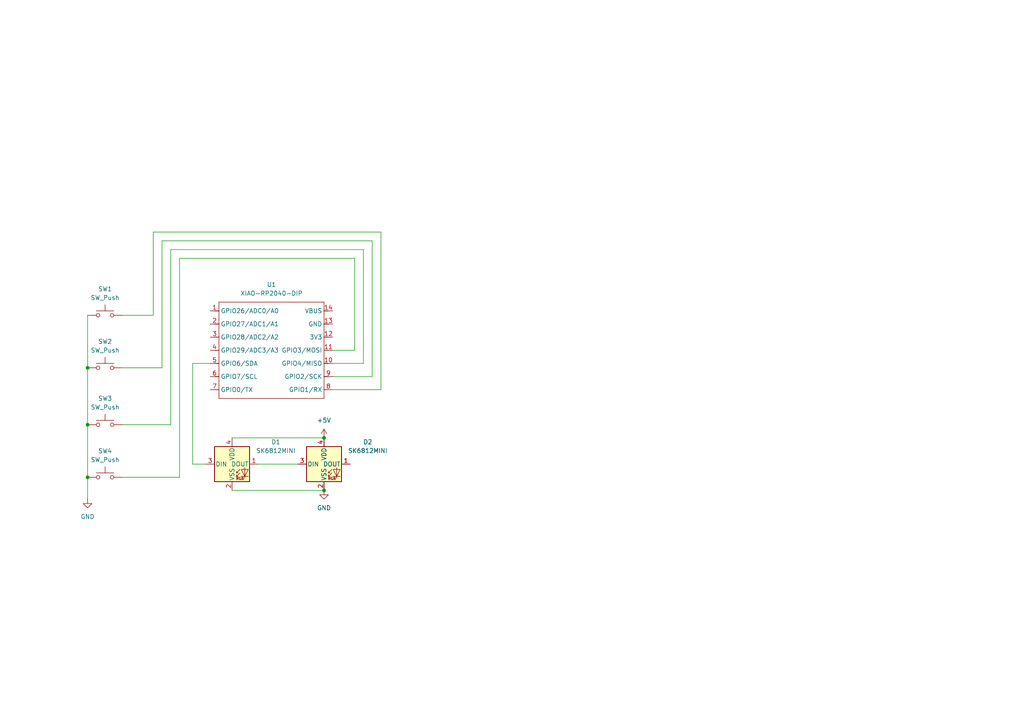
<source format=kicad_sch>
(kicad_sch
	(version 20250114)
	(generator "eeschema")
	(generator_version "9.0")
	(uuid "db0850b8-1e7e-4cc6-94eb-335332965f3f")
	(paper "A4")
	(lib_symbols
		(symbol "LED:SK6812MINI"
			(pin_names
				(offset 0.254)
			)
			(exclude_from_sim no)
			(in_bom yes)
			(on_board yes)
			(property "Reference" "D"
				(at 5.08 5.715 0)
				(effects
					(font
						(size 1.27 1.27)
					)
					(justify right bottom)
				)
			)
			(property "Value" "SK6812MINI"
				(at 1.27 -5.715 0)
				(effects
					(font
						(size 1.27 1.27)
					)
					(justify left top)
				)
			)
			(property "Footprint" "LED_SMD:LED_SK6812MINI_PLCC4_3.5x3.5mm_P1.75mm"
				(at 1.27 -7.62 0)
				(effects
					(font
						(size 1.27 1.27)
					)
					(justify left top)
					(hide yes)
				)
			)
			(property "Datasheet" "https://cdn-shop.adafruit.com/product-files/2686/SK6812MINI_REV.01-1-2.pdf"
				(at 2.54 -9.525 0)
				(effects
					(font
						(size 1.27 1.27)
					)
					(justify left top)
					(hide yes)
				)
			)
			(property "Description" "RGB LED with integrated controller"
				(at 0 0 0)
				(effects
					(font
						(size 1.27 1.27)
					)
					(hide yes)
				)
			)
			(property "ki_keywords" "RGB LED NeoPixel Mini addressable"
				(at 0 0 0)
				(effects
					(font
						(size 1.27 1.27)
					)
					(hide yes)
				)
			)
			(property "ki_fp_filters" "LED*SK6812MINI*PLCC*3.5x3.5mm*P1.75mm*"
				(at 0 0 0)
				(effects
					(font
						(size 1.27 1.27)
					)
					(hide yes)
				)
			)
			(symbol "SK6812MINI_0_0"
				(text "RGB"
					(at 2.286 -4.191 0)
					(effects
						(font
							(size 0.762 0.762)
						)
					)
				)
			)
			(symbol "SK6812MINI_0_1"
				(polyline
					(pts
						(xy 1.27 -2.54) (xy 1.778 -2.54)
					)
					(stroke
						(width 0)
						(type default)
					)
					(fill
						(type none)
					)
				)
				(polyline
					(pts
						(xy 1.27 -3.556) (xy 1.778 -3.556)
					)
					(stroke
						(width 0)
						(type default)
					)
					(fill
						(type none)
					)
				)
				(polyline
					(pts
						(xy 2.286 -1.524) (xy 1.27 -2.54) (xy 1.27 -2.032)
					)
					(stroke
						(width 0)
						(type default)
					)
					(fill
						(type none)
					)
				)
				(polyline
					(pts
						(xy 2.286 -2.54) (xy 1.27 -3.556) (xy 1.27 -3.048)
					)
					(stroke
						(width 0)
						(type default)
					)
					(fill
						(type none)
					)
				)
				(polyline
					(pts
						(xy 3.683 -1.016) (xy 3.683 -3.556) (xy 3.683 -4.064)
					)
					(stroke
						(width 0)
						(type default)
					)
					(fill
						(type none)
					)
				)
				(polyline
					(pts
						(xy 4.699 -1.524) (xy 2.667 -1.524) (xy 3.683 -3.556) (xy 4.699 -1.524)
					)
					(stroke
						(width 0)
						(type default)
					)
					(fill
						(type none)
					)
				)
				(polyline
					(pts
						(xy 4.699 -3.556) (xy 2.667 -3.556)
					)
					(stroke
						(width 0)
						(type default)
					)
					(fill
						(type none)
					)
				)
				(rectangle
					(start 5.08 5.08)
					(end -5.08 -5.08)
					(stroke
						(width 0.254)
						(type default)
					)
					(fill
						(type background)
					)
				)
			)
			(symbol "SK6812MINI_1_1"
				(pin input line
					(at -7.62 0 0)
					(length 2.54)
					(name "DIN"
						(effects
							(font
								(size 1.27 1.27)
							)
						)
					)
					(number "3"
						(effects
							(font
								(size 1.27 1.27)
							)
						)
					)
				)
				(pin power_in line
					(at 0 7.62 270)
					(length 2.54)
					(name "VDD"
						(effects
							(font
								(size 1.27 1.27)
							)
						)
					)
					(number "4"
						(effects
							(font
								(size 1.27 1.27)
							)
						)
					)
				)
				(pin power_in line
					(at 0 -7.62 90)
					(length 2.54)
					(name "VSS"
						(effects
							(font
								(size 1.27 1.27)
							)
						)
					)
					(number "2"
						(effects
							(font
								(size 1.27 1.27)
							)
						)
					)
				)
				(pin output line
					(at 7.62 0 180)
					(length 2.54)
					(name "DOUT"
						(effects
							(font
								(size 1.27 1.27)
							)
						)
					)
					(number "1"
						(effects
							(font
								(size 1.27 1.27)
							)
						)
					)
				)
			)
			(embedded_fonts no)
		)
		(symbol "OPL Library:XIAO-RP2040-DIP"
			(exclude_from_sim no)
			(in_bom yes)
			(on_board yes)
			(property "Reference" "U"
				(at 0 0 0)
				(effects
					(font
						(size 1.27 1.27)
					)
				)
			)
			(property "Value" "XIAO-RP2040-DIP"
				(at 5.334 -1.778 0)
				(effects
					(font
						(size 1.27 1.27)
					)
				)
			)
			(property "Footprint" "Module:MOUDLE14P-XIAO-DIP-SMD"
				(at 14.478 -32.258 0)
				(effects
					(font
						(size 1.27 1.27)
					)
					(hide yes)
				)
			)
			(property "Datasheet" ""
				(at 0 0 0)
				(effects
					(font
						(size 1.27 1.27)
					)
					(hide yes)
				)
			)
			(property "Description" ""
				(at 0 0 0)
				(effects
					(font
						(size 1.27 1.27)
					)
					(hide yes)
				)
			)
			(symbol "XIAO-RP2040-DIP_1_0"
				(polyline
					(pts
						(xy -1.27 -2.54) (xy 29.21 -2.54)
					)
					(stroke
						(width 0.1524)
						(type solid)
					)
					(fill
						(type none)
					)
				)
				(polyline
					(pts
						(xy -1.27 -5.08) (xy -2.54 -5.08)
					)
					(stroke
						(width 0.1524)
						(type solid)
					)
					(fill
						(type none)
					)
				)
				(polyline
					(pts
						(xy -1.27 -5.08) (xy -1.27 -2.54)
					)
					(stroke
						(width 0.1524)
						(type solid)
					)
					(fill
						(type none)
					)
				)
				(polyline
					(pts
						(xy -1.27 -8.89) (xy -2.54 -8.89)
					)
					(stroke
						(width 0.1524)
						(type solid)
					)
					(fill
						(type none)
					)
				)
				(polyline
					(pts
						(xy -1.27 -8.89) (xy -1.27 -5.08)
					)
					(stroke
						(width 0.1524)
						(type solid)
					)
					(fill
						(type none)
					)
				)
				(polyline
					(pts
						(xy -1.27 -12.7) (xy -2.54 -12.7)
					)
					(stroke
						(width 0.1524)
						(type solid)
					)
					(fill
						(type none)
					)
				)
				(polyline
					(pts
						(xy -1.27 -12.7) (xy -1.27 -8.89)
					)
					(stroke
						(width 0.1524)
						(type solid)
					)
					(fill
						(type none)
					)
				)
				(polyline
					(pts
						(xy -1.27 -16.51) (xy -2.54 -16.51)
					)
					(stroke
						(width 0.1524)
						(type solid)
					)
					(fill
						(type none)
					)
				)
				(polyline
					(pts
						(xy -1.27 -16.51) (xy -1.27 -12.7)
					)
					(stroke
						(width 0.1524)
						(type solid)
					)
					(fill
						(type none)
					)
				)
				(polyline
					(pts
						(xy -1.27 -20.32) (xy -2.54 -20.32)
					)
					(stroke
						(width 0.1524)
						(type solid)
					)
					(fill
						(type none)
					)
				)
				(polyline
					(pts
						(xy -1.27 -24.13) (xy -2.54 -24.13)
					)
					(stroke
						(width 0.1524)
						(type solid)
					)
					(fill
						(type none)
					)
				)
				(polyline
					(pts
						(xy -1.27 -27.94) (xy -2.54 -27.94)
					)
					(stroke
						(width 0.1524)
						(type solid)
					)
					(fill
						(type none)
					)
				)
				(polyline
					(pts
						(xy -1.27 -30.48) (xy -1.27 -16.51)
					)
					(stroke
						(width 0.1524)
						(type solid)
					)
					(fill
						(type none)
					)
				)
				(polyline
					(pts
						(xy 29.21 -2.54) (xy 29.21 -5.08)
					)
					(stroke
						(width 0.1524)
						(type solid)
					)
					(fill
						(type none)
					)
				)
				(polyline
					(pts
						(xy 29.21 -5.08) (xy 29.21 -8.89)
					)
					(stroke
						(width 0.1524)
						(type solid)
					)
					(fill
						(type none)
					)
				)
				(polyline
					(pts
						(xy 29.21 -8.89) (xy 29.21 -12.7)
					)
					(stroke
						(width 0.1524)
						(type solid)
					)
					(fill
						(type none)
					)
				)
				(polyline
					(pts
						(xy 29.21 -12.7) (xy 29.21 -30.48)
					)
					(stroke
						(width 0.1524)
						(type solid)
					)
					(fill
						(type none)
					)
				)
				(polyline
					(pts
						(xy 29.21 -30.48) (xy -1.27 -30.48)
					)
					(stroke
						(width 0.1524)
						(type solid)
					)
					(fill
						(type none)
					)
				)
				(polyline
					(pts
						(xy 30.48 -5.08) (xy 29.21 -5.08)
					)
					(stroke
						(width 0.1524)
						(type solid)
					)
					(fill
						(type none)
					)
				)
				(polyline
					(pts
						(xy 30.48 -8.89) (xy 29.21 -8.89)
					)
					(stroke
						(width 0.1524)
						(type solid)
					)
					(fill
						(type none)
					)
				)
				(polyline
					(pts
						(xy 30.48 -12.7) (xy 29.21 -12.7)
					)
					(stroke
						(width 0.1524)
						(type solid)
					)
					(fill
						(type none)
					)
				)
				(polyline
					(pts
						(xy 30.48 -16.51) (xy 29.21 -16.51)
					)
					(stroke
						(width 0.1524)
						(type solid)
					)
					(fill
						(type none)
					)
				)
				(polyline
					(pts
						(xy 30.48 -20.32) (xy 29.21 -20.32)
					)
					(stroke
						(width 0.1524)
						(type solid)
					)
					(fill
						(type none)
					)
				)
				(polyline
					(pts
						(xy 30.48 -24.13) (xy 29.21 -24.13)
					)
					(stroke
						(width 0.1524)
						(type solid)
					)
					(fill
						(type none)
					)
				)
				(polyline
					(pts
						(xy 30.48 -27.94) (xy 29.21 -27.94)
					)
					(stroke
						(width 0.1524)
						(type solid)
					)
					(fill
						(type none)
					)
				)
				(pin passive line
					(at -3.81 -5.08 0)
					(length 2.54)
					(name "GPIO26/ADC0/A0"
						(effects
							(font
								(size 1.27 1.27)
							)
						)
					)
					(number "1"
						(effects
							(font
								(size 1.27 1.27)
							)
						)
					)
				)
				(pin passive line
					(at -3.81 -8.89 0)
					(length 2.54)
					(name "GPIO27/ADC1/A1"
						(effects
							(font
								(size 1.27 1.27)
							)
						)
					)
					(number "2"
						(effects
							(font
								(size 1.27 1.27)
							)
						)
					)
				)
				(pin passive line
					(at -3.81 -12.7 0)
					(length 2.54)
					(name "GPIO28/ADC2/A2"
						(effects
							(font
								(size 1.27 1.27)
							)
						)
					)
					(number "3"
						(effects
							(font
								(size 1.27 1.27)
							)
						)
					)
				)
				(pin passive line
					(at -3.81 -16.51 0)
					(length 2.54)
					(name "GPIO29/ADC3/A3"
						(effects
							(font
								(size 1.27 1.27)
							)
						)
					)
					(number "4"
						(effects
							(font
								(size 1.27 1.27)
							)
						)
					)
				)
				(pin passive line
					(at -3.81 -20.32 0)
					(length 2.54)
					(name "GPIO6/SDA"
						(effects
							(font
								(size 1.27 1.27)
							)
						)
					)
					(number "5"
						(effects
							(font
								(size 1.27 1.27)
							)
						)
					)
				)
				(pin passive line
					(at -3.81 -24.13 0)
					(length 2.54)
					(name "GPIO7/SCL"
						(effects
							(font
								(size 1.27 1.27)
							)
						)
					)
					(number "6"
						(effects
							(font
								(size 1.27 1.27)
							)
						)
					)
				)
				(pin passive line
					(at -3.81 -27.94 0)
					(length 2.54)
					(name "GPIO0/TX"
						(effects
							(font
								(size 1.27 1.27)
							)
						)
					)
					(number "7"
						(effects
							(font
								(size 1.27 1.27)
							)
						)
					)
				)
				(pin passive line
					(at 31.75 -5.08 180)
					(length 2.54)
					(name "VBUS"
						(effects
							(font
								(size 1.27 1.27)
							)
						)
					)
					(number "14"
						(effects
							(font
								(size 1.27 1.27)
							)
						)
					)
				)
				(pin passive line
					(at 31.75 -8.89 180)
					(length 2.54)
					(name "GND"
						(effects
							(font
								(size 1.27 1.27)
							)
						)
					)
					(number "13"
						(effects
							(font
								(size 1.27 1.27)
							)
						)
					)
				)
				(pin passive line
					(at 31.75 -12.7 180)
					(length 2.54)
					(name "3V3"
						(effects
							(font
								(size 1.27 1.27)
							)
						)
					)
					(number "12"
						(effects
							(font
								(size 1.27 1.27)
							)
						)
					)
				)
				(pin passive line
					(at 31.75 -16.51 180)
					(length 2.54)
					(name "GPIO3/MOSI"
						(effects
							(font
								(size 1.27 1.27)
							)
						)
					)
					(number "11"
						(effects
							(font
								(size 1.27 1.27)
							)
						)
					)
				)
				(pin passive line
					(at 31.75 -20.32 180)
					(length 2.54)
					(name "GPIO4/MISO"
						(effects
							(font
								(size 1.27 1.27)
							)
						)
					)
					(number "10"
						(effects
							(font
								(size 1.27 1.27)
							)
						)
					)
				)
				(pin passive line
					(at 31.75 -24.13 180)
					(length 2.54)
					(name "GPIO2/SCK"
						(effects
							(font
								(size 1.27 1.27)
							)
						)
					)
					(number "9"
						(effects
							(font
								(size 1.27 1.27)
							)
						)
					)
				)
				(pin passive line
					(at 31.75 -27.94 180)
					(length 2.54)
					(name "GPIO1/RX"
						(effects
							(font
								(size 1.27 1.27)
							)
						)
					)
					(number "8"
						(effects
							(font
								(size 1.27 1.27)
							)
						)
					)
				)
			)
			(embedded_fonts no)
		)
		(symbol "Switch:SW_Push"
			(pin_numbers
				(hide yes)
			)
			(pin_names
				(offset 1.016)
				(hide yes)
			)
			(exclude_from_sim no)
			(in_bom yes)
			(on_board yes)
			(property "Reference" "SW"
				(at 1.27 2.54 0)
				(effects
					(font
						(size 1.27 1.27)
					)
					(justify left)
				)
			)
			(property "Value" "SW_Push"
				(at 0 -1.524 0)
				(effects
					(font
						(size 1.27 1.27)
					)
				)
			)
			(property "Footprint" ""
				(at 0 5.08 0)
				(effects
					(font
						(size 1.27 1.27)
					)
					(hide yes)
				)
			)
			(property "Datasheet" "~"
				(at 0 5.08 0)
				(effects
					(font
						(size 1.27 1.27)
					)
					(hide yes)
				)
			)
			(property "Description" "Push button switch, generic, two pins"
				(at 0 0 0)
				(effects
					(font
						(size 1.27 1.27)
					)
					(hide yes)
				)
			)
			(property "ki_keywords" "switch normally-open pushbutton push-button"
				(at 0 0 0)
				(effects
					(font
						(size 1.27 1.27)
					)
					(hide yes)
				)
			)
			(symbol "SW_Push_0_1"
				(circle
					(center -2.032 0)
					(radius 0.508)
					(stroke
						(width 0)
						(type default)
					)
					(fill
						(type none)
					)
				)
				(polyline
					(pts
						(xy 0 1.27) (xy 0 3.048)
					)
					(stroke
						(width 0)
						(type default)
					)
					(fill
						(type none)
					)
				)
				(circle
					(center 2.032 0)
					(radius 0.508)
					(stroke
						(width 0)
						(type default)
					)
					(fill
						(type none)
					)
				)
				(polyline
					(pts
						(xy 2.54 1.27) (xy -2.54 1.27)
					)
					(stroke
						(width 0)
						(type default)
					)
					(fill
						(type none)
					)
				)
				(pin passive line
					(at -5.08 0 0)
					(length 2.54)
					(name "1"
						(effects
							(font
								(size 1.27 1.27)
							)
						)
					)
					(number "1"
						(effects
							(font
								(size 1.27 1.27)
							)
						)
					)
				)
				(pin passive line
					(at 5.08 0 180)
					(length 2.54)
					(name "2"
						(effects
							(font
								(size 1.27 1.27)
							)
						)
					)
					(number "2"
						(effects
							(font
								(size 1.27 1.27)
							)
						)
					)
				)
			)
			(embedded_fonts no)
		)
		(symbol "power:+5V"
			(power)
			(pin_numbers
				(hide yes)
			)
			(pin_names
				(offset 0)
				(hide yes)
			)
			(exclude_from_sim no)
			(in_bom yes)
			(on_board yes)
			(property "Reference" "#PWR"
				(at 0 -3.81 0)
				(effects
					(font
						(size 1.27 1.27)
					)
					(hide yes)
				)
			)
			(property "Value" "+5V"
				(at 0 3.556 0)
				(effects
					(font
						(size 1.27 1.27)
					)
				)
			)
			(property "Footprint" ""
				(at 0 0 0)
				(effects
					(font
						(size 1.27 1.27)
					)
					(hide yes)
				)
			)
			(property "Datasheet" ""
				(at 0 0 0)
				(effects
					(font
						(size 1.27 1.27)
					)
					(hide yes)
				)
			)
			(property "Description" "Power symbol creates a global label with name \"+5V\""
				(at 0 0 0)
				(effects
					(font
						(size 1.27 1.27)
					)
					(hide yes)
				)
			)
			(property "ki_keywords" "global power"
				(at 0 0 0)
				(effects
					(font
						(size 1.27 1.27)
					)
					(hide yes)
				)
			)
			(symbol "+5V_0_1"
				(polyline
					(pts
						(xy -0.762 1.27) (xy 0 2.54)
					)
					(stroke
						(width 0)
						(type default)
					)
					(fill
						(type none)
					)
				)
				(polyline
					(pts
						(xy 0 2.54) (xy 0.762 1.27)
					)
					(stroke
						(width 0)
						(type default)
					)
					(fill
						(type none)
					)
				)
				(polyline
					(pts
						(xy 0 0) (xy 0 2.54)
					)
					(stroke
						(width 0)
						(type default)
					)
					(fill
						(type none)
					)
				)
			)
			(symbol "+5V_1_1"
				(pin power_in line
					(at 0 0 90)
					(length 0)
					(name "~"
						(effects
							(font
								(size 1.27 1.27)
							)
						)
					)
					(number "1"
						(effects
							(font
								(size 1.27 1.27)
							)
						)
					)
				)
			)
			(embedded_fonts no)
		)
		(symbol "power:GND"
			(power)
			(pin_numbers
				(hide yes)
			)
			(pin_names
				(offset 0)
				(hide yes)
			)
			(exclude_from_sim no)
			(in_bom yes)
			(on_board yes)
			(property "Reference" "#PWR"
				(at 0 -6.35 0)
				(effects
					(font
						(size 1.27 1.27)
					)
					(hide yes)
				)
			)
			(property "Value" "GND"
				(at 0 -3.81 0)
				(effects
					(font
						(size 1.27 1.27)
					)
				)
			)
			(property "Footprint" ""
				(at 0 0 0)
				(effects
					(font
						(size 1.27 1.27)
					)
					(hide yes)
				)
			)
			(property "Datasheet" ""
				(at 0 0 0)
				(effects
					(font
						(size 1.27 1.27)
					)
					(hide yes)
				)
			)
			(property "Description" "Power symbol creates a global label with name \"GND\" , ground"
				(at 0 0 0)
				(effects
					(font
						(size 1.27 1.27)
					)
					(hide yes)
				)
			)
			(property "ki_keywords" "global power"
				(at 0 0 0)
				(effects
					(font
						(size 1.27 1.27)
					)
					(hide yes)
				)
			)
			(symbol "GND_0_1"
				(polyline
					(pts
						(xy 0 0) (xy 0 -1.27) (xy 1.27 -1.27) (xy 0 -2.54) (xy -1.27 -1.27) (xy 0 -1.27)
					)
					(stroke
						(width 0)
						(type default)
					)
					(fill
						(type none)
					)
				)
			)
			(symbol "GND_1_1"
				(pin power_in line
					(at 0 0 270)
					(length 0)
					(name "~"
						(effects
							(font
								(size 1.27 1.27)
							)
						)
					)
					(number "1"
						(effects
							(font
								(size 1.27 1.27)
							)
						)
					)
				)
			)
			(embedded_fonts no)
		)
	)
	(junction
		(at 25.4 106.68)
		(diameter 0)
		(color 0 0 0 0)
		(uuid "17313d72-8051-470b-8e66-52db9dd3d849")
	)
	(junction
		(at 25.4 138.43)
		(diameter 0)
		(color 0 0 0 0)
		(uuid "2d473b07-78e6-4f69-ad71-73b254cd6d0b")
	)
	(junction
		(at 25.4 123.19)
		(diameter 0)
		(color 0 0 0 0)
		(uuid "49e58443-302c-4254-85bf-5bcb98057570")
	)
	(junction
		(at 93.98 142.24)
		(diameter 0)
		(color 0 0 0 0)
		(uuid "6191af00-b0fd-4074-bf85-01bd9dcc4434")
	)
	(junction
		(at 93.98 127)
		(diameter 0)
		(color 0 0 0 0)
		(uuid "d2dc2fd4-b48a-4c07-9c0a-7d5f4498b45e")
	)
	(wire
		(pts
			(xy 25.4 138.43) (xy 25.4 144.78)
		)
		(stroke
			(width 0)
			(type default)
		)
		(uuid "041f4149-6548-435a-a1bd-46b889172e4e")
	)
	(wire
		(pts
			(xy 102.87 74.93) (xy 102.87 101.6)
		)
		(stroke
			(width 0)
			(type default)
		)
		(uuid "04b26918-a481-4bbd-978c-37cf6b60073e")
	)
	(wire
		(pts
			(xy 52.07 74.93) (xy 102.87 74.93)
		)
		(stroke
			(width 0)
			(type default)
		)
		(uuid "04b29b63-f590-4c8c-ab29-1483d8cfa027")
	)
	(wire
		(pts
			(xy 25.4 106.68) (xy 25.4 123.19)
		)
		(stroke
			(width 0)
			(type default)
		)
		(uuid "076458a2-c407-497a-ad0c-fa3107b4014a")
	)
	(wire
		(pts
			(xy 35.56 106.68) (xy 46.99 106.68)
		)
		(stroke
			(width 0)
			(type default)
		)
		(uuid "0883a028-3429-4981-ab4e-fde08ce90faf")
	)
	(wire
		(pts
			(xy 25.4 123.19) (xy 25.4 138.43)
		)
		(stroke
			(width 0)
			(type default)
		)
		(uuid "0a153a6f-c459-4b53-b524-f1aba0f1ebff")
	)
	(wire
		(pts
			(xy 107.95 69.85) (xy 107.95 109.22)
		)
		(stroke
			(width 0)
			(type default)
		)
		(uuid "1297384e-2154-4dea-b4f3-5871aac4ce85")
	)
	(wire
		(pts
			(xy 44.45 91.44) (xy 44.45 67.31)
		)
		(stroke
			(width 0)
			(type default)
		)
		(uuid "1b864472-7cf4-416d-80c7-3577b3e26fa2")
	)
	(wire
		(pts
			(xy 107.95 109.22) (xy 96.52 109.22)
		)
		(stroke
			(width 0)
			(type default)
		)
		(uuid "1e2badbe-515c-434b-9f0f-fc17f7b16256")
	)
	(wire
		(pts
			(xy 35.56 91.44) (xy 44.45 91.44)
		)
		(stroke
			(width 0)
			(type default)
		)
		(uuid "205ad431-a046-4d30-9bd6-0c9bd8b728c3")
	)
	(wire
		(pts
			(xy 35.56 138.43) (xy 52.07 138.43)
		)
		(stroke
			(width 0)
			(type default)
		)
		(uuid "206af608-1f8c-4e3d-b350-2902dfe8fc95")
	)
	(wire
		(pts
			(xy 110.49 113.03) (xy 96.52 113.03)
		)
		(stroke
			(width 0)
			(type default)
		)
		(uuid "53f78a2f-4d89-4db0-bc8c-158e136fdc11")
	)
	(wire
		(pts
			(xy 52.07 138.43) (xy 52.07 74.93)
		)
		(stroke
			(width 0)
			(type default)
		)
		(uuid "60dfda28-9edd-4f5e-9bbc-0d267a8084a2")
	)
	(wire
		(pts
			(xy 96.52 101.6) (xy 102.87 101.6)
		)
		(stroke
			(width 0)
			(type default)
		)
		(uuid "6752bd2e-0a1e-435f-8a49-b501b5b146f4")
	)
	(wire
		(pts
			(xy 46.99 69.85) (xy 107.95 69.85)
		)
		(stroke
			(width 0)
			(type default)
		)
		(uuid "703f1e47-e46d-4db7-9eb0-9533618961e8")
	)
	(wire
		(pts
			(xy 55.88 134.62) (xy 59.69 134.62)
		)
		(stroke
			(width 0)
			(type default)
		)
		(uuid "78aed5f4-0efe-48a7-ae6a-2ca55ce6c1a9")
	)
	(wire
		(pts
			(xy 67.31 142.24) (xy 93.98 142.24)
		)
		(stroke
			(width 0)
			(type default)
		)
		(uuid "94ab2af8-d845-49b7-8db3-8ece382215ac")
	)
	(wire
		(pts
			(xy 67.31 127) (xy 93.98 127)
		)
		(stroke
			(width 0)
			(type default)
		)
		(uuid "994bc336-da46-4c0f-8fab-008cb32f3c5e")
	)
	(wire
		(pts
			(xy 46.99 106.68) (xy 46.99 69.85)
		)
		(stroke
			(width 0)
			(type default)
		)
		(uuid "9d33d937-76f0-4da5-a03c-56baf35bd236")
	)
	(wire
		(pts
			(xy 105.41 72.39) (xy 105.41 105.41)
		)
		(stroke
			(width 0)
			(type default)
		)
		(uuid "a70ecf05-cc59-43e6-b1be-ed5ccbf1631f")
	)
	(wire
		(pts
			(xy 110.49 67.31) (xy 110.49 113.03)
		)
		(stroke
			(width 0)
			(type default)
		)
		(uuid "ae30f206-b5c1-4df3-8b7f-708d8f8ebeb6")
	)
	(wire
		(pts
			(xy 96.52 105.41) (xy 105.41 105.41)
		)
		(stroke
			(width 0)
			(type default)
		)
		(uuid "aec594de-0ebb-4f36-bfbb-17cf8d3c4225")
	)
	(wire
		(pts
			(xy 49.53 123.19) (xy 49.53 72.39)
		)
		(stroke
			(width 0)
			(type default)
		)
		(uuid "afc99472-7eaf-4c20-9d9a-68cba1472c4e")
	)
	(wire
		(pts
			(xy 49.53 72.39) (xy 105.41 72.39)
		)
		(stroke
			(width 0)
			(type default)
		)
		(uuid "b13a227d-4e1d-41c9-9e48-fb8d1a851e6d")
	)
	(wire
		(pts
			(xy 25.4 91.44) (xy 25.4 106.68)
		)
		(stroke
			(width 0)
			(type default)
		)
		(uuid "b1fc9d95-40eb-4353-83ea-e69a6d2b6eaa")
	)
	(wire
		(pts
			(xy 60.96 105.41) (xy 55.88 105.41)
		)
		(stroke
			(width 0)
			(type default)
		)
		(uuid "c039f976-9afc-4cba-bec6-0654cefb3df3")
	)
	(wire
		(pts
			(xy 44.45 67.31) (xy 110.49 67.31)
		)
		(stroke
			(width 0)
			(type default)
		)
		(uuid "d7840e7a-cd03-42a7-8d9f-ee63b6ba6ac1")
	)
	(wire
		(pts
			(xy 55.88 105.41) (xy 55.88 134.62)
		)
		(stroke
			(width 0)
			(type default)
		)
		(uuid "ea042f14-d023-4b5b-8ede-9ac01672b980")
	)
	(wire
		(pts
			(xy 35.56 123.19) (xy 49.53 123.19)
		)
		(stroke
			(width 0)
			(type default)
		)
		(uuid "ee327c47-8023-4aef-890b-5a8230984e01")
	)
	(wire
		(pts
			(xy 74.93 134.62) (xy 86.36 134.62)
		)
		(stroke
			(width 0)
			(type default)
		)
		(uuid "f6de1fa6-d7df-4a2e-8bcd-1e917a981d94")
	)
	(symbol
		(lib_id "LED:SK6812MINI")
		(at 93.98 134.62 0)
		(unit 1)
		(exclude_from_sim no)
		(in_bom yes)
		(on_board yes)
		(dnp no)
		(fields_autoplaced yes)
		(uuid "124448a0-8e0a-48ba-a8fa-c18b492c8c71")
		(property "Reference" "D2"
			(at 106.68 128.1998 0)
			(effects
				(font
					(size 1.27 1.27)
				)
			)
		)
		(property "Value" "SK6812MINI"
			(at 106.68 130.7398 0)
			(effects
				(font
					(size 1.27 1.27)
				)
			)
		)
		(property "Footprint" "LED_SMD:LED_SK6812MINI_PLCC4_3.5x3.5mm_P1.75mm"
			(at 95.25 142.24 0)
			(effects
				(font
					(size 1.27 1.27)
				)
				(justify left top)
				(hide yes)
			)
		)
		(property "Datasheet" "https://cdn-shop.adafruit.com/product-files/2686/SK6812MINI_REV.01-1-2.pdf"
			(at 96.52 144.145 0)
			(effects
				(font
					(size 1.27 1.27)
				)
				(justify left top)
				(hide yes)
			)
		)
		(property "Description" "RGB LED with integrated controller"
			(at 93.98 134.62 0)
			(effects
				(font
					(size 1.27 1.27)
				)
				(hide yes)
			)
		)
		(pin "2"
			(uuid "1f7f6c67-116f-4928-8da5-136488abf406")
		)
		(pin "3"
			(uuid "f57e466c-0483-4990-9443-9c81ca9cf1dd")
		)
		(pin "4"
			(uuid "07b14002-e774-47b1-b7d8-03bc4ca2fd9a")
		)
		(pin "1"
			(uuid "f01f71dd-e3f9-4dbd-9017-e1e145ab0bf1")
		)
		(instances
			(project ""
				(path "/db0850b8-1e7e-4cc6-94eb-335332965f3f"
					(reference "D2")
					(unit 1)
				)
			)
		)
	)
	(symbol
		(lib_id "LED:SK6812MINI")
		(at 67.31 134.62 0)
		(unit 1)
		(exclude_from_sim no)
		(in_bom yes)
		(on_board yes)
		(dnp no)
		(fields_autoplaced yes)
		(uuid "22d222b8-6855-429f-a12b-b5dc6128a9f3")
		(property "Reference" "D1"
			(at 80.01 128.1998 0)
			(effects
				(font
					(size 1.27 1.27)
				)
			)
		)
		(property "Value" "SK6812MINI"
			(at 80.01 130.7398 0)
			(effects
				(font
					(size 1.27 1.27)
				)
			)
		)
		(property "Footprint" "LED_SMD:LED_SK6812MINI_PLCC4_3.5x3.5mm_P1.75mm"
			(at 68.58 142.24 0)
			(effects
				(font
					(size 1.27 1.27)
				)
				(justify left top)
				(hide yes)
			)
		)
		(property "Datasheet" "https://cdn-shop.adafruit.com/product-files/2686/SK6812MINI_REV.01-1-2.pdf"
			(at 69.85 144.145 0)
			(effects
				(font
					(size 1.27 1.27)
				)
				(justify left top)
				(hide yes)
			)
		)
		(property "Description" "RGB LED with integrated controller"
			(at 67.31 134.62 0)
			(effects
				(font
					(size 1.27 1.27)
				)
				(hide yes)
			)
		)
		(pin "4"
			(uuid "e9270760-57ae-4af0-ac71-5b7dfc5b7653")
		)
		(pin "3"
			(uuid "17501964-be09-47aa-8abe-a19a3e550a45")
		)
		(pin "2"
			(uuid "89df43f6-36fe-4886-b59c-abcf258f37a6")
		)
		(pin "1"
			(uuid "8ceeaf33-566e-4e61-88a3-7b3db26e395e")
		)
		(instances
			(project ""
				(path "/db0850b8-1e7e-4cc6-94eb-335332965f3f"
					(reference "D1")
					(unit 1)
				)
			)
		)
	)
	(symbol
		(lib_id "power:GND")
		(at 93.98 142.24 0)
		(unit 1)
		(exclude_from_sim no)
		(in_bom yes)
		(on_board yes)
		(dnp no)
		(fields_autoplaced yes)
		(uuid "5480029f-0a74-44c6-aa71-3a9ba2abbf91")
		(property "Reference" "#PWR01"
			(at 93.98 148.59 0)
			(effects
				(font
					(size 1.27 1.27)
				)
				(hide yes)
			)
		)
		(property "Value" "GND"
			(at 93.98 147.32 0)
			(effects
				(font
					(size 1.27 1.27)
				)
			)
		)
		(property "Footprint" ""
			(at 93.98 142.24 0)
			(effects
				(font
					(size 1.27 1.27)
				)
				(hide yes)
			)
		)
		(property "Datasheet" ""
			(at 93.98 142.24 0)
			(effects
				(font
					(size 1.27 1.27)
				)
				(hide yes)
			)
		)
		(property "Description" "Power symbol creates a global label with name \"GND\" , ground"
			(at 93.98 142.24 0)
			(effects
				(font
					(size 1.27 1.27)
				)
				(hide yes)
			)
		)
		(pin "1"
			(uuid "9aad9980-d77d-49c3-83b5-7e4250614873")
		)
		(instances
			(project ""
				(path "/db0850b8-1e7e-4cc6-94eb-335332965f3f"
					(reference "#PWR01")
					(unit 1)
				)
			)
		)
	)
	(symbol
		(lib_id "Switch:SW_Push")
		(at 30.48 138.43 0)
		(unit 1)
		(exclude_from_sim no)
		(in_bom yes)
		(on_board yes)
		(dnp no)
		(fields_autoplaced yes)
		(uuid "825ce7ab-d932-48ba-9446-af0f9dcf106e")
		(property "Reference" "SW4"
			(at 30.48 130.81 0)
			(effects
				(font
					(size 1.27 1.27)
				)
			)
		)
		(property "Value" "SW_Push"
			(at 30.48 133.35 0)
			(effects
				(font
					(size 1.27 1.27)
				)
			)
		)
		(property "Footprint" "Button_Switch_Keyboard:SW_Cherry_MX_1.00u_PCB"
			(at 30.48 133.35 0)
			(effects
				(font
					(size 1.27 1.27)
				)
				(hide yes)
			)
		)
		(property "Datasheet" "~"
			(at 30.48 133.35 0)
			(effects
				(font
					(size 1.27 1.27)
				)
				(hide yes)
			)
		)
		(property "Description" "Push button switch, generic, two pins"
			(at 30.48 138.43 0)
			(effects
				(font
					(size 1.27 1.27)
				)
				(hide yes)
			)
		)
		(pin "1"
			(uuid "e1ce3003-37e0-4135-8f1d-55bb6f32a772")
		)
		(pin "2"
			(uuid "15f60095-5b23-449d-b698-46ae8efa1c61")
		)
		(instances
			(project ""
				(path "/db0850b8-1e7e-4cc6-94eb-335332965f3f"
					(reference "SW4")
					(unit 1)
				)
			)
		)
	)
	(symbol
		(lib_id "OPL Library:XIAO-RP2040-DIP")
		(at 64.77 85.09 0)
		(unit 1)
		(exclude_from_sim no)
		(in_bom yes)
		(on_board yes)
		(dnp no)
		(fields_autoplaced yes)
		(uuid "87f15f8f-8e0b-426a-9317-b4f2f9fe4cb8")
		(property "Reference" "U1"
			(at 78.74 82.55 0)
			(effects
				(font
					(size 1.27 1.27)
				)
			)
		)
		(property "Value" "XIAO-RP2040-DIP"
			(at 78.74 85.09 0)
			(effects
				(font
					(size 1.27 1.27)
				)
			)
		)
		(property "Footprint" "OPL library:XIAO-RP2040-DIP"
			(at 79.248 117.348 0)
			(effects
				(font
					(size 1.27 1.27)
				)
				(hide yes)
			)
		)
		(property "Datasheet" ""
			(at 64.77 85.09 0)
			(effects
				(font
					(size 1.27 1.27)
				)
				(hide yes)
			)
		)
		(property "Description" ""
			(at 64.77 85.09 0)
			(effects
				(font
					(size 1.27 1.27)
				)
				(hide yes)
			)
		)
		(pin "11"
			(uuid "712f386f-1a0a-44a7-a046-a9c10dfa939d")
		)
		(pin "3"
			(uuid "5592cb14-0dc3-4bf8-ab72-db01f394f6e3")
		)
		(pin "1"
			(uuid "285de1ba-e7a2-457c-ae32-cfa68ec68059")
		)
		(pin "5"
			(uuid "df61882e-3471-421f-b260-85cfc9091e7c")
		)
		(pin "10"
			(uuid "81c6911b-3384-4a91-a92d-ec26520fe4ab")
		)
		(pin "13"
			(uuid "732dfb98-9a25-4466-b5bf-fa22c6eb99c8")
		)
		(pin "14"
			(uuid "f68cd7d1-9195-4a55-a1b2-0e1aa0f88896")
		)
		(pin "9"
			(uuid "53cac8f5-8786-405f-ae66-0cf7fbdf634e")
		)
		(pin "4"
			(uuid "4a9b1080-aae9-47ee-9752-99fa82a4a974")
		)
		(pin "12"
			(uuid "3ebb76b3-239e-4987-8662-1ba36a6b31e5")
		)
		(pin "8"
			(uuid "75c3e29a-0f6f-43f3-922b-db3d4af089fe")
		)
		(pin "6"
			(uuid "e9b4bac9-9cea-4cf0-935c-70e248a2a7a5")
		)
		(pin "7"
			(uuid "b7202508-096b-425c-ab3a-341bb621b8ab")
		)
		(pin "2"
			(uuid "3ff37652-bea5-4ce2-a666-558c50194d4e")
		)
		(instances
			(project ""
				(path "/db0850b8-1e7e-4cc6-94eb-335332965f3f"
					(reference "U1")
					(unit 1)
				)
			)
		)
	)
	(symbol
		(lib_id "Switch:SW_Push")
		(at 30.48 106.68 0)
		(unit 1)
		(exclude_from_sim no)
		(in_bom yes)
		(on_board yes)
		(dnp no)
		(fields_autoplaced yes)
		(uuid "aafe1bbd-1775-4706-852e-2ed2b3653c71")
		(property "Reference" "SW2"
			(at 30.48 99.06 0)
			(effects
				(font
					(size 1.27 1.27)
				)
			)
		)
		(property "Value" "SW_Push"
			(at 30.48 101.6 0)
			(effects
				(font
					(size 1.27 1.27)
				)
			)
		)
		(property "Footprint" "Button_Switch_Keyboard:SW_Cherry_MX_1.00u_PCB"
			(at 30.48 101.6 0)
			(effects
				(font
					(size 1.27 1.27)
				)
				(hide yes)
			)
		)
		(property "Datasheet" "~"
			(at 30.48 101.6 0)
			(effects
				(font
					(size 1.27 1.27)
				)
				(hide yes)
			)
		)
		(property "Description" "Push button switch, generic, two pins"
			(at 30.48 106.68 0)
			(effects
				(font
					(size 1.27 1.27)
				)
				(hide yes)
			)
		)
		(pin "1"
			(uuid "9b0ff96e-8bc8-406b-8a01-bf43a5472cd5")
		)
		(pin "2"
			(uuid "c37aaef6-84df-45e0-9035-7c6e486fbadd")
		)
		(instances
			(project ""
				(path "/db0850b8-1e7e-4cc6-94eb-335332965f3f"
					(reference "SW2")
					(unit 1)
				)
			)
		)
	)
	(symbol
		(lib_id "Switch:SW_Push")
		(at 30.48 91.44 0)
		(unit 1)
		(exclude_from_sim no)
		(in_bom yes)
		(on_board yes)
		(dnp no)
		(fields_autoplaced yes)
		(uuid "b147c4d8-50e0-456b-8920-934dac4201db")
		(property "Reference" "SW1"
			(at 30.48 83.82 0)
			(effects
				(font
					(size 1.27 1.27)
				)
			)
		)
		(property "Value" "SW_Push"
			(at 30.48 86.36 0)
			(effects
				(font
					(size 1.27 1.27)
				)
			)
		)
		(property "Footprint" "Button_Switch_Keyboard:SW_Cherry_MX_1.00u_PCB"
			(at 30.48 86.36 0)
			(effects
				(font
					(size 1.27 1.27)
				)
				(hide yes)
			)
		)
		(property "Datasheet" "~"
			(at 30.48 86.36 0)
			(effects
				(font
					(size 1.27 1.27)
				)
				(hide yes)
			)
		)
		(property "Description" "Push button switch, generic, two pins"
			(at 30.48 91.44 0)
			(effects
				(font
					(size 1.27 1.27)
				)
				(hide yes)
			)
		)
		(pin "2"
			(uuid "8396f81a-ff44-41ca-9b9f-c96829aef922")
		)
		(pin "1"
			(uuid "41a6bc9a-931f-4bea-a8b5-f7a7c8518635")
		)
		(instances
			(project ""
				(path "/db0850b8-1e7e-4cc6-94eb-335332965f3f"
					(reference "SW1")
					(unit 1)
				)
			)
		)
	)
	(symbol
		(lib_id "power:GND")
		(at 25.4 144.78 0)
		(unit 1)
		(exclude_from_sim no)
		(in_bom yes)
		(on_board yes)
		(dnp no)
		(fields_autoplaced yes)
		(uuid "bea0e10f-fd30-4807-8cd0-27b3a8c1e9e2")
		(property "Reference" "#PWR03"
			(at 25.4 151.13 0)
			(effects
				(font
					(size 1.27 1.27)
				)
				(hide yes)
			)
		)
		(property "Value" "GND"
			(at 25.4 149.86 0)
			(effects
				(font
					(size 1.27 1.27)
				)
			)
		)
		(property "Footprint" ""
			(at 25.4 144.78 0)
			(effects
				(font
					(size 1.27 1.27)
				)
				(hide yes)
			)
		)
		(property "Datasheet" ""
			(at 25.4 144.78 0)
			(effects
				(font
					(size 1.27 1.27)
				)
				(hide yes)
			)
		)
		(property "Description" "Power symbol creates a global label with name \"GND\" , ground"
			(at 25.4 144.78 0)
			(effects
				(font
					(size 1.27 1.27)
				)
				(hide yes)
			)
		)
		(pin "1"
			(uuid "36ba5ad5-98f4-412e-8e66-44365b7e0da7")
		)
		(instances
			(project ""
				(path "/db0850b8-1e7e-4cc6-94eb-335332965f3f"
					(reference "#PWR03")
					(unit 1)
				)
			)
		)
	)
	(symbol
		(lib_id "Switch:SW_Push")
		(at 30.48 123.19 0)
		(unit 1)
		(exclude_from_sim no)
		(in_bom yes)
		(on_board yes)
		(dnp no)
		(fields_autoplaced yes)
		(uuid "dc977646-6d98-4032-9d99-46c4f4f54777")
		(property "Reference" "SW3"
			(at 30.48 115.57 0)
			(effects
				(font
					(size 1.27 1.27)
				)
			)
		)
		(property "Value" "SW_Push"
			(at 30.48 118.11 0)
			(effects
				(font
					(size 1.27 1.27)
				)
			)
		)
		(property "Footprint" "Button_Switch_Keyboard:SW_Cherry_MX_1.00u_PCB"
			(at 30.48 118.11 0)
			(effects
				(font
					(size 1.27 1.27)
				)
				(hide yes)
			)
		)
		(property "Datasheet" "~"
			(at 30.48 118.11 0)
			(effects
				(font
					(size 1.27 1.27)
				)
				(hide yes)
			)
		)
		(property "Description" "Push button switch, generic, two pins"
			(at 30.48 123.19 0)
			(effects
				(font
					(size 1.27 1.27)
				)
				(hide yes)
			)
		)
		(pin "2"
			(uuid "64b843c6-112e-4fa0-b7f7-a0dfcc1f7501")
		)
		(pin "1"
			(uuid "5a122194-3508-4564-9989-9c2f2f4b4af1")
		)
		(instances
			(project ""
				(path "/db0850b8-1e7e-4cc6-94eb-335332965f3f"
					(reference "SW3")
					(unit 1)
				)
			)
		)
	)
	(symbol
		(lib_id "power:+5V")
		(at 93.98 127 0)
		(unit 1)
		(exclude_from_sim no)
		(in_bom yes)
		(on_board yes)
		(dnp no)
		(fields_autoplaced yes)
		(uuid "fc6229eb-149c-4423-8ea1-09088def4a5c")
		(property "Reference" "#PWR02"
			(at 93.98 130.81 0)
			(effects
				(font
					(size 1.27 1.27)
				)
				(hide yes)
			)
		)
		(property "Value" "+5V"
			(at 93.98 121.92 0)
			(effects
				(font
					(size 1.27 1.27)
				)
			)
		)
		(property "Footprint" ""
			(at 93.98 127 0)
			(effects
				(font
					(size 1.27 1.27)
				)
				(hide yes)
			)
		)
		(property "Datasheet" ""
			(at 93.98 127 0)
			(effects
				(font
					(size 1.27 1.27)
				)
				(hide yes)
			)
		)
		(property "Description" "Power symbol creates a global label with name \"+5V\""
			(at 93.98 127 0)
			(effects
				(font
					(size 1.27 1.27)
				)
				(hide yes)
			)
		)
		(pin "1"
			(uuid "726d9ca3-8894-40db-829f-cc4e86471ad0")
		)
		(instances
			(project ""
				(path "/db0850b8-1e7e-4cc6-94eb-335332965f3f"
					(reference "#PWR02")
					(unit 1)
				)
			)
		)
	)
	(sheet_instances
		(path "/"
			(page "1")
		)
	)
	(embedded_fonts no)
)

</source>
